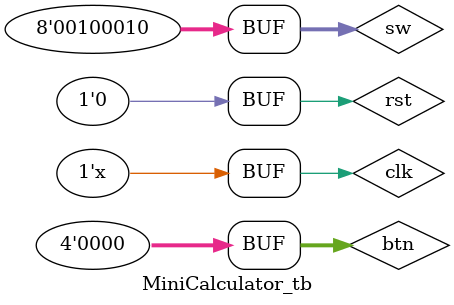
<source format=v>
`timescale 1ns / 1ns
module MiniCalculator_tb;
// Inputs
reg clk;
reg rst;
reg [3:0] btn;
reg [7:0] sw;
// Outputs
wire [6:0] seg;
wire [3:0] an;
wire led;

// Instantiate
top top_tb (
    .clk(clk),
    .rst(rst),
    .btn_i(btn),
    .sw_i(sw),
    .seg_o(seg),
    .an_o(an),
    .led_o(led)
);
initial begin
// Initialize Inputs
clk = 0;
rst = 1;
btn = 4'b0000;
sw = 8'b0010_0010;
#10;
rst = 0;
#30;
btn = 4'b1000;
#30;
btn = 4'b0000;
end

always #5 clk = ~clk;
// 产生随机乘数和有符号控制信号
// always @(posedge clk) begin
//     op1 <= $random;
//     op2 <= $random; // $random为系统任务，产生一个随机的32位有符号数
//     // op1 <= -64'd1;
//     // op2 <= 64'd2;
// end

endmodule

</source>
